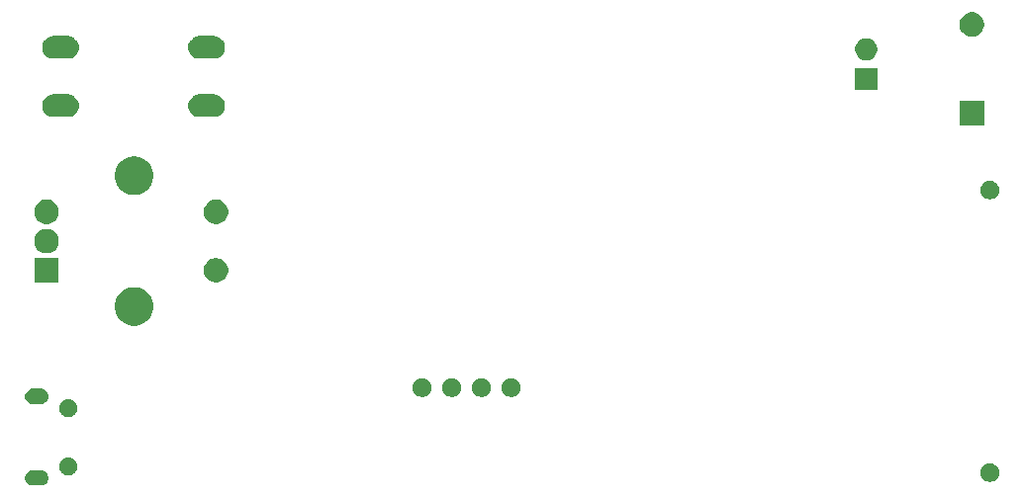
<source format=gbr>
G04 #@! TF.GenerationSoftware,KiCad,Pcbnew,(5.1.0)-1*
G04 #@! TF.CreationDate,2020-03-21T00:26:55+08:00*
G04 #@! TF.ProjectId,espcnc,65737063-6e63-42e6-9b69-6361645f7063,rev?*
G04 #@! TF.SameCoordinates,Original*
G04 #@! TF.FileFunction,Soldermask,Bot*
G04 #@! TF.FilePolarity,Negative*
%FSLAX46Y46*%
G04 Gerber Fmt 4.6, Leading zero omitted, Abs format (unit mm)*
G04 Created by KiCad (PCBNEW (5.1.0)-1) date 2020-03-21 00:26:55*
%MOMM*%
%LPD*%
G04 APERTURE LIST*
%ADD10C,0.100000*%
G04 APERTURE END LIST*
D10*
G36*
X167876355Y-82352140D02*
G01*
X167940118Y-82358420D01*
X168030904Y-82385960D01*
X168062836Y-82395646D01*
X168175925Y-82456094D01*
X168275054Y-82537446D01*
X168356406Y-82636575D01*
X168416854Y-82749664D01*
X168416855Y-82749668D01*
X168454080Y-82872382D01*
X168466649Y-83000000D01*
X168454080Y-83127618D01*
X168426540Y-83218404D01*
X168416854Y-83250336D01*
X168356406Y-83363425D01*
X168275054Y-83462554D01*
X168175925Y-83543906D01*
X168062836Y-83604354D01*
X168030904Y-83614040D01*
X167940118Y-83641580D01*
X167876355Y-83647860D01*
X167844474Y-83651000D01*
X167080526Y-83651000D01*
X167048645Y-83647860D01*
X166984882Y-83641580D01*
X166894096Y-83614040D01*
X166862164Y-83604354D01*
X166749075Y-83543906D01*
X166649946Y-83462554D01*
X166568594Y-83363425D01*
X166508146Y-83250336D01*
X166498460Y-83218404D01*
X166470920Y-83127618D01*
X166458351Y-83000000D01*
X166470920Y-82872382D01*
X166508145Y-82749668D01*
X166508146Y-82749664D01*
X166568594Y-82636575D01*
X166649946Y-82537446D01*
X166749075Y-82456094D01*
X166862164Y-82395646D01*
X166894096Y-82385960D01*
X166984882Y-82358420D01*
X167048645Y-82352140D01*
X167080526Y-82349000D01*
X167844474Y-82349000D01*
X167876355Y-82352140D01*
X167876355Y-82352140D01*
G37*
G36*
X249260642Y-81759781D02*
G01*
X249406414Y-81820162D01*
X249406416Y-81820163D01*
X249537608Y-81907822D01*
X249649178Y-82019392D01*
X249736837Y-82150584D01*
X249736838Y-82150586D01*
X249797219Y-82296358D01*
X249828000Y-82451107D01*
X249828000Y-82608893D01*
X249797219Y-82763642D01*
X249792100Y-82776000D01*
X249736837Y-82909416D01*
X249649178Y-83040608D01*
X249537608Y-83152178D01*
X249406416Y-83239837D01*
X249406415Y-83239838D01*
X249406414Y-83239838D01*
X249260642Y-83300219D01*
X249105893Y-83331000D01*
X248948107Y-83331000D01*
X248793358Y-83300219D01*
X248647586Y-83239838D01*
X248647585Y-83239838D01*
X248647584Y-83239837D01*
X248516392Y-83152178D01*
X248404822Y-83040608D01*
X248317163Y-82909416D01*
X248261900Y-82776000D01*
X248256781Y-82763642D01*
X248226000Y-82608893D01*
X248226000Y-82451107D01*
X248256781Y-82296358D01*
X248317162Y-82150586D01*
X248317163Y-82150584D01*
X248404822Y-82019392D01*
X248516392Y-81907822D01*
X248647584Y-81820163D01*
X248647586Y-81820162D01*
X248793358Y-81759781D01*
X248948107Y-81729000D01*
X249105893Y-81729000D01*
X249260642Y-81759781D01*
X249260642Y-81759781D01*
G37*
G36*
X170388848Y-81253820D02*
G01*
X170388850Y-81253821D01*
X170388851Y-81253821D01*
X170530074Y-81312317D01*
X170530077Y-81312319D01*
X170657169Y-81397239D01*
X170765261Y-81505331D01*
X170850181Y-81632423D01*
X170850183Y-81632426D01*
X170902935Y-81759782D01*
X170908680Y-81773652D01*
X170938500Y-81923569D01*
X170938500Y-82076431D01*
X170923750Y-82150586D01*
X170908679Y-82226351D01*
X170850183Y-82367574D01*
X170850181Y-82367577D01*
X170765261Y-82494669D01*
X170657169Y-82602761D01*
X170530077Y-82687681D01*
X170530074Y-82687683D01*
X170388851Y-82746179D01*
X170388850Y-82746179D01*
X170388848Y-82746180D01*
X170238931Y-82776000D01*
X170086069Y-82776000D01*
X169936152Y-82746180D01*
X169936150Y-82746179D01*
X169936149Y-82746179D01*
X169794926Y-82687683D01*
X169794923Y-82687681D01*
X169667831Y-82602761D01*
X169559739Y-82494669D01*
X169474819Y-82367577D01*
X169474817Y-82367574D01*
X169416321Y-82226351D01*
X169401251Y-82150586D01*
X169386500Y-82076431D01*
X169386500Y-81923569D01*
X169416320Y-81773652D01*
X169422065Y-81759782D01*
X169474817Y-81632426D01*
X169474819Y-81632423D01*
X169559739Y-81505331D01*
X169667831Y-81397239D01*
X169794923Y-81312319D01*
X169794926Y-81312317D01*
X169936149Y-81253821D01*
X169936150Y-81253821D01*
X169936152Y-81253820D01*
X170086069Y-81224000D01*
X170238931Y-81224000D01*
X170388848Y-81253820D01*
X170388848Y-81253820D01*
G37*
G36*
X170388848Y-76253820D02*
G01*
X170388850Y-76253821D01*
X170388851Y-76253821D01*
X170530074Y-76312317D01*
X170530077Y-76312319D01*
X170657169Y-76397239D01*
X170765261Y-76505331D01*
X170850181Y-76632423D01*
X170850183Y-76632426D01*
X170908679Y-76773649D01*
X170938500Y-76923571D01*
X170938500Y-77076429D01*
X170908679Y-77226351D01*
X170850183Y-77367574D01*
X170850181Y-77367577D01*
X170765261Y-77494669D01*
X170657169Y-77602761D01*
X170530077Y-77687681D01*
X170530074Y-77687683D01*
X170388851Y-77746179D01*
X170388850Y-77746179D01*
X170388848Y-77746180D01*
X170238931Y-77776000D01*
X170086069Y-77776000D01*
X169936152Y-77746180D01*
X169936150Y-77746179D01*
X169936149Y-77746179D01*
X169794926Y-77687683D01*
X169794923Y-77687681D01*
X169667831Y-77602761D01*
X169559739Y-77494669D01*
X169474819Y-77367577D01*
X169474817Y-77367574D01*
X169416321Y-77226351D01*
X169386500Y-77076429D01*
X169386500Y-76923571D01*
X169416321Y-76773649D01*
X169474817Y-76632426D01*
X169474819Y-76632423D01*
X169559739Y-76505331D01*
X169667831Y-76397239D01*
X169794923Y-76312319D01*
X169794926Y-76312317D01*
X169936149Y-76253821D01*
X169936150Y-76253821D01*
X169936152Y-76253820D01*
X170086069Y-76224000D01*
X170238931Y-76224000D01*
X170388848Y-76253820D01*
X170388848Y-76253820D01*
G37*
G36*
X167876355Y-75352140D02*
G01*
X167940118Y-75358420D01*
X168030904Y-75385960D01*
X168062836Y-75395646D01*
X168175925Y-75456094D01*
X168275054Y-75537446D01*
X168356406Y-75636575D01*
X168416854Y-75749664D01*
X168416855Y-75749668D01*
X168454080Y-75872382D01*
X168466649Y-76000000D01*
X168454080Y-76127618D01*
X168426540Y-76218404D01*
X168416854Y-76250336D01*
X168356406Y-76363425D01*
X168275054Y-76462554D01*
X168175925Y-76543906D01*
X168062836Y-76604354D01*
X168030904Y-76614040D01*
X167940118Y-76641580D01*
X167876355Y-76647860D01*
X167844474Y-76651000D01*
X167080526Y-76651000D01*
X167048645Y-76647860D01*
X166984882Y-76641580D01*
X166894096Y-76614040D01*
X166862164Y-76604354D01*
X166749075Y-76543906D01*
X166649946Y-76462554D01*
X166568594Y-76363425D01*
X166508146Y-76250336D01*
X166498460Y-76218404D01*
X166470920Y-76127618D01*
X166458351Y-76000000D01*
X166470920Y-75872382D01*
X166508145Y-75749668D01*
X166508146Y-75749664D01*
X166568594Y-75636575D01*
X166649946Y-75537446D01*
X166749075Y-75456094D01*
X166862164Y-75395646D01*
X166894096Y-75385960D01*
X166984882Y-75358420D01*
X167048645Y-75352140D01*
X167080526Y-75349000D01*
X167844474Y-75349000D01*
X167876355Y-75352140D01*
X167876355Y-75352140D01*
G37*
G36*
X200677142Y-74468242D02*
G01*
X200825101Y-74529529D01*
X200958255Y-74618499D01*
X201071501Y-74731745D01*
X201160471Y-74864899D01*
X201221758Y-75012858D01*
X201253000Y-75169925D01*
X201253000Y-75330075D01*
X201221758Y-75487142D01*
X201160471Y-75635101D01*
X201071501Y-75768255D01*
X200958255Y-75881501D01*
X200825101Y-75970471D01*
X200677142Y-76031758D01*
X200520075Y-76063000D01*
X200359925Y-76063000D01*
X200202858Y-76031758D01*
X200054899Y-75970471D01*
X199921745Y-75881501D01*
X199808499Y-75768255D01*
X199719529Y-75635101D01*
X199658242Y-75487142D01*
X199627000Y-75330075D01*
X199627000Y-75169925D01*
X199658242Y-75012858D01*
X199719529Y-74864899D01*
X199808499Y-74731745D01*
X199921745Y-74618499D01*
X200054899Y-74529529D01*
X200202858Y-74468242D01*
X200359925Y-74437000D01*
X200520075Y-74437000D01*
X200677142Y-74468242D01*
X200677142Y-74468242D01*
G37*
G36*
X208297142Y-74468242D02*
G01*
X208445101Y-74529529D01*
X208578255Y-74618499D01*
X208691501Y-74731745D01*
X208780471Y-74864899D01*
X208841758Y-75012858D01*
X208873000Y-75169925D01*
X208873000Y-75330075D01*
X208841758Y-75487142D01*
X208780471Y-75635101D01*
X208691501Y-75768255D01*
X208578255Y-75881501D01*
X208445101Y-75970471D01*
X208297142Y-76031758D01*
X208140075Y-76063000D01*
X207979925Y-76063000D01*
X207822858Y-76031758D01*
X207674899Y-75970471D01*
X207541745Y-75881501D01*
X207428499Y-75768255D01*
X207339529Y-75635101D01*
X207278242Y-75487142D01*
X207247000Y-75330075D01*
X207247000Y-75169925D01*
X207278242Y-75012858D01*
X207339529Y-74864899D01*
X207428499Y-74731745D01*
X207541745Y-74618499D01*
X207674899Y-74529529D01*
X207822858Y-74468242D01*
X207979925Y-74437000D01*
X208140075Y-74437000D01*
X208297142Y-74468242D01*
X208297142Y-74468242D01*
G37*
G36*
X205757142Y-74468242D02*
G01*
X205905101Y-74529529D01*
X206038255Y-74618499D01*
X206151501Y-74731745D01*
X206240471Y-74864899D01*
X206301758Y-75012858D01*
X206333000Y-75169925D01*
X206333000Y-75330075D01*
X206301758Y-75487142D01*
X206240471Y-75635101D01*
X206151501Y-75768255D01*
X206038255Y-75881501D01*
X205905101Y-75970471D01*
X205757142Y-76031758D01*
X205600075Y-76063000D01*
X205439925Y-76063000D01*
X205282858Y-76031758D01*
X205134899Y-75970471D01*
X205001745Y-75881501D01*
X204888499Y-75768255D01*
X204799529Y-75635101D01*
X204738242Y-75487142D01*
X204707000Y-75330075D01*
X204707000Y-75169925D01*
X204738242Y-75012858D01*
X204799529Y-74864899D01*
X204888499Y-74731745D01*
X205001745Y-74618499D01*
X205134899Y-74529529D01*
X205282858Y-74468242D01*
X205439925Y-74437000D01*
X205600075Y-74437000D01*
X205757142Y-74468242D01*
X205757142Y-74468242D01*
G37*
G36*
X203217142Y-74468242D02*
G01*
X203365101Y-74529529D01*
X203498255Y-74618499D01*
X203611501Y-74731745D01*
X203700471Y-74864899D01*
X203761758Y-75012858D01*
X203793000Y-75169925D01*
X203793000Y-75330075D01*
X203761758Y-75487142D01*
X203700471Y-75635101D01*
X203611501Y-75768255D01*
X203498255Y-75881501D01*
X203365101Y-75970471D01*
X203217142Y-76031758D01*
X203060075Y-76063000D01*
X202899925Y-76063000D01*
X202742858Y-76031758D01*
X202594899Y-75970471D01*
X202461745Y-75881501D01*
X202348499Y-75768255D01*
X202259529Y-75635101D01*
X202198242Y-75487142D01*
X202167000Y-75330075D01*
X202167000Y-75169925D01*
X202198242Y-75012858D01*
X202259529Y-74864899D01*
X202348499Y-74731745D01*
X202461745Y-74618499D01*
X202594899Y-74529529D01*
X202742858Y-74468242D01*
X202899925Y-74437000D01*
X203060075Y-74437000D01*
X203217142Y-74468242D01*
X203217142Y-74468242D01*
G37*
G36*
X176175256Y-66691298D02*
G01*
X176281579Y-66712447D01*
X176582042Y-66836903D01*
X176852451Y-67017585D01*
X177082415Y-67247549D01*
X177263097Y-67517958D01*
X177387553Y-67818421D01*
X177451000Y-68137391D01*
X177451000Y-68462609D01*
X177387553Y-68781579D01*
X177263097Y-69082042D01*
X177082415Y-69352451D01*
X176852451Y-69582415D01*
X176582042Y-69763097D01*
X176281579Y-69887553D01*
X176175256Y-69908702D01*
X175962611Y-69951000D01*
X175637389Y-69951000D01*
X175424744Y-69908702D01*
X175318421Y-69887553D01*
X175017958Y-69763097D01*
X174747549Y-69582415D01*
X174517585Y-69352451D01*
X174336903Y-69082042D01*
X174212447Y-68781579D01*
X174149000Y-68462609D01*
X174149000Y-68137391D01*
X174212447Y-67818421D01*
X174336903Y-67517958D01*
X174517585Y-67247549D01*
X174747549Y-67017585D01*
X175017958Y-66836903D01*
X175318421Y-66712447D01*
X175424744Y-66691298D01*
X175637389Y-66649000D01*
X175962611Y-66649000D01*
X176175256Y-66691298D01*
X176175256Y-66691298D01*
G37*
G36*
X183106564Y-64189389D02*
G01*
X183297833Y-64268615D01*
X183297835Y-64268616D01*
X183469973Y-64383635D01*
X183616365Y-64530027D01*
X183731385Y-64702167D01*
X183810611Y-64893436D01*
X183851000Y-65096484D01*
X183851000Y-65303516D01*
X183810611Y-65506564D01*
X183731385Y-65697833D01*
X183731384Y-65697835D01*
X183616365Y-65869973D01*
X183469973Y-66016365D01*
X183297835Y-66131384D01*
X183297834Y-66131385D01*
X183297833Y-66131385D01*
X183106564Y-66210611D01*
X182903516Y-66251000D01*
X182696484Y-66251000D01*
X182493436Y-66210611D01*
X182302167Y-66131385D01*
X182302166Y-66131385D01*
X182302165Y-66131384D01*
X182130027Y-66016365D01*
X181983635Y-65869973D01*
X181868616Y-65697835D01*
X181868615Y-65697833D01*
X181789389Y-65506564D01*
X181749000Y-65303516D01*
X181749000Y-65096484D01*
X181789389Y-64893436D01*
X181868615Y-64702167D01*
X181983635Y-64530027D01*
X182130027Y-64383635D01*
X182302165Y-64268616D01*
X182302167Y-64268615D01*
X182493436Y-64189389D01*
X182696484Y-64149000D01*
X182903516Y-64149000D01*
X183106564Y-64189389D01*
X183106564Y-64189389D01*
G37*
G36*
X169351000Y-66251000D02*
G01*
X167249000Y-66251000D01*
X167249000Y-64149000D01*
X169351000Y-64149000D01*
X169351000Y-66251000D01*
X169351000Y-66251000D01*
G37*
G36*
X168606564Y-61689389D02*
G01*
X168797833Y-61768615D01*
X168797835Y-61768616D01*
X168969973Y-61883635D01*
X169116365Y-62030027D01*
X169231385Y-62202167D01*
X169310611Y-62393436D01*
X169351000Y-62596484D01*
X169351000Y-62803516D01*
X169310611Y-63006564D01*
X169231385Y-63197833D01*
X169231384Y-63197835D01*
X169116365Y-63369973D01*
X168969973Y-63516365D01*
X168797835Y-63631384D01*
X168797834Y-63631385D01*
X168797833Y-63631385D01*
X168606564Y-63710611D01*
X168403516Y-63751000D01*
X168196484Y-63751000D01*
X167993436Y-63710611D01*
X167802167Y-63631385D01*
X167802166Y-63631385D01*
X167802165Y-63631384D01*
X167630027Y-63516365D01*
X167483635Y-63369973D01*
X167368616Y-63197835D01*
X167368615Y-63197833D01*
X167289389Y-63006564D01*
X167249000Y-62803516D01*
X167249000Y-62596484D01*
X167289389Y-62393436D01*
X167368615Y-62202167D01*
X167483635Y-62030027D01*
X167630027Y-61883635D01*
X167802165Y-61768616D01*
X167802167Y-61768615D01*
X167993436Y-61689389D01*
X168196484Y-61649000D01*
X168403516Y-61649000D01*
X168606564Y-61689389D01*
X168606564Y-61689389D01*
G37*
G36*
X183106564Y-59189389D02*
G01*
X183297833Y-59268615D01*
X183297835Y-59268616D01*
X183469973Y-59383635D01*
X183616365Y-59530027D01*
X183731385Y-59702167D01*
X183810611Y-59893436D01*
X183851000Y-60096484D01*
X183851000Y-60303516D01*
X183810611Y-60506564D01*
X183731385Y-60697833D01*
X183731384Y-60697835D01*
X183616365Y-60869973D01*
X183469973Y-61016365D01*
X183297835Y-61131384D01*
X183297834Y-61131385D01*
X183297833Y-61131385D01*
X183106564Y-61210611D01*
X182903516Y-61251000D01*
X182696484Y-61251000D01*
X182493436Y-61210611D01*
X182302167Y-61131385D01*
X182302166Y-61131385D01*
X182302165Y-61131384D01*
X182130027Y-61016365D01*
X181983635Y-60869973D01*
X181868616Y-60697835D01*
X181868615Y-60697833D01*
X181789389Y-60506564D01*
X181749000Y-60303516D01*
X181749000Y-60096484D01*
X181789389Y-59893436D01*
X181868615Y-59702167D01*
X181983635Y-59530027D01*
X182130027Y-59383635D01*
X182302165Y-59268616D01*
X182302167Y-59268615D01*
X182493436Y-59189389D01*
X182696484Y-59149000D01*
X182903516Y-59149000D01*
X183106564Y-59189389D01*
X183106564Y-59189389D01*
G37*
G36*
X168606564Y-59189389D02*
G01*
X168797833Y-59268615D01*
X168797835Y-59268616D01*
X168969973Y-59383635D01*
X169116365Y-59530027D01*
X169231385Y-59702167D01*
X169310611Y-59893436D01*
X169351000Y-60096484D01*
X169351000Y-60303516D01*
X169310611Y-60506564D01*
X169231385Y-60697833D01*
X169231384Y-60697835D01*
X169116365Y-60869973D01*
X168969973Y-61016365D01*
X168797835Y-61131384D01*
X168797834Y-61131385D01*
X168797833Y-61131385D01*
X168606564Y-61210611D01*
X168403516Y-61251000D01*
X168196484Y-61251000D01*
X167993436Y-61210611D01*
X167802167Y-61131385D01*
X167802166Y-61131385D01*
X167802165Y-61131384D01*
X167630027Y-61016365D01*
X167483635Y-60869973D01*
X167368616Y-60697835D01*
X167368615Y-60697833D01*
X167289389Y-60506564D01*
X167249000Y-60303516D01*
X167249000Y-60096484D01*
X167289389Y-59893436D01*
X167368615Y-59702167D01*
X167483635Y-59530027D01*
X167630027Y-59383635D01*
X167802165Y-59268616D01*
X167802167Y-59268615D01*
X167993436Y-59189389D01*
X168196484Y-59149000D01*
X168403516Y-59149000D01*
X168606564Y-59189389D01*
X168606564Y-59189389D01*
G37*
G36*
X249260642Y-57559781D02*
G01*
X249406414Y-57620162D01*
X249406416Y-57620163D01*
X249537608Y-57707822D01*
X249649178Y-57819392D01*
X249691039Y-57882042D01*
X249736838Y-57950586D01*
X249797219Y-58096358D01*
X249828000Y-58251107D01*
X249828000Y-58408893D01*
X249797219Y-58563642D01*
X249745893Y-58687553D01*
X249736837Y-58709416D01*
X249649178Y-58840608D01*
X249537608Y-58952178D01*
X249406416Y-59039837D01*
X249406415Y-59039838D01*
X249406414Y-59039838D01*
X249260642Y-59100219D01*
X249105893Y-59131000D01*
X248948107Y-59131000D01*
X248793358Y-59100219D01*
X248647586Y-59039838D01*
X248647585Y-59039838D01*
X248647584Y-59039837D01*
X248516392Y-58952178D01*
X248404822Y-58840608D01*
X248317163Y-58709416D01*
X248308107Y-58687553D01*
X248256781Y-58563642D01*
X248226000Y-58408893D01*
X248226000Y-58251107D01*
X248256781Y-58096358D01*
X248317162Y-57950586D01*
X248362961Y-57882042D01*
X248404822Y-57819392D01*
X248516392Y-57707822D01*
X248647584Y-57620163D01*
X248647586Y-57620162D01*
X248793358Y-57559781D01*
X248948107Y-57529000D01*
X249105893Y-57529000D01*
X249260642Y-57559781D01*
X249260642Y-57559781D01*
G37*
G36*
X176175256Y-55491298D02*
G01*
X176281579Y-55512447D01*
X176582042Y-55636903D01*
X176852451Y-55817585D01*
X177082415Y-56047549D01*
X177263097Y-56317958D01*
X177387553Y-56618421D01*
X177451000Y-56937391D01*
X177451000Y-57262609D01*
X177387553Y-57581579D01*
X177263097Y-57882042D01*
X177082415Y-58152451D01*
X176852451Y-58382415D01*
X176582042Y-58563097D01*
X176582041Y-58563098D01*
X176582040Y-58563098D01*
X176580724Y-58563643D01*
X176281579Y-58687553D01*
X176175256Y-58708702D01*
X175962611Y-58751000D01*
X175637389Y-58751000D01*
X175424744Y-58708702D01*
X175318421Y-58687553D01*
X175019276Y-58563643D01*
X175017960Y-58563098D01*
X175017959Y-58563098D01*
X175017958Y-58563097D01*
X174747549Y-58382415D01*
X174517585Y-58152451D01*
X174336903Y-57882042D01*
X174212447Y-57581579D01*
X174149000Y-57262609D01*
X174149000Y-56937391D01*
X174212447Y-56618421D01*
X174336903Y-56317958D01*
X174517585Y-56047549D01*
X174747549Y-55817585D01*
X175017958Y-55636903D01*
X175318421Y-55512447D01*
X175424744Y-55491298D01*
X175637389Y-55449000D01*
X175962611Y-55449000D01*
X176175256Y-55491298D01*
X176175256Y-55491298D01*
G37*
G36*
X248551000Y-52801000D02*
G01*
X246449000Y-52801000D01*
X246449000Y-50699000D01*
X248551000Y-50699000D01*
X248551000Y-52801000D01*
X248551000Y-52801000D01*
G37*
G36*
X182694739Y-50128707D02*
G01*
X182790329Y-50138122D01*
X182974306Y-50193931D01*
X182974309Y-50193932D01*
X183064225Y-50241994D01*
X183143860Y-50284559D01*
X183190035Y-50322454D01*
X183292476Y-50406524D01*
X183376546Y-50508965D01*
X183414441Y-50555140D01*
X183457006Y-50634775D01*
X183505068Y-50724691D01*
X183505069Y-50724694D01*
X183560878Y-50908671D01*
X183579722Y-51100000D01*
X183560878Y-51291329D01*
X183505069Y-51475306D01*
X183505068Y-51475309D01*
X183457006Y-51565225D01*
X183414441Y-51644860D01*
X183376546Y-51691035D01*
X183292476Y-51793476D01*
X183190035Y-51877546D01*
X183143860Y-51915441D01*
X183064225Y-51958006D01*
X182974309Y-52006068D01*
X182974306Y-52006069D01*
X182790329Y-52061878D01*
X182694739Y-52071293D01*
X182646945Y-52076000D01*
X181353055Y-52076000D01*
X181305261Y-52071293D01*
X181209671Y-52061878D01*
X181025694Y-52006069D01*
X181025691Y-52006068D01*
X180935775Y-51958006D01*
X180856140Y-51915441D01*
X180809965Y-51877546D01*
X180707524Y-51793476D01*
X180623454Y-51691035D01*
X180585559Y-51644860D01*
X180542994Y-51565225D01*
X180494932Y-51475309D01*
X180494931Y-51475306D01*
X180439122Y-51291329D01*
X180420278Y-51100000D01*
X180439122Y-50908671D01*
X180494931Y-50724694D01*
X180494932Y-50724691D01*
X180542994Y-50634775D01*
X180585559Y-50555140D01*
X180623454Y-50508965D01*
X180707524Y-50406524D01*
X180809965Y-50322454D01*
X180856140Y-50284559D01*
X180935775Y-50241994D01*
X181025691Y-50193932D01*
X181025694Y-50193931D01*
X181209671Y-50138122D01*
X181305261Y-50128707D01*
X181353055Y-50124000D01*
X182646945Y-50124000D01*
X182694739Y-50128707D01*
X182694739Y-50128707D01*
G37*
G36*
X170194739Y-50128707D02*
G01*
X170290329Y-50138122D01*
X170474306Y-50193931D01*
X170474309Y-50193932D01*
X170564225Y-50241994D01*
X170643860Y-50284559D01*
X170690035Y-50322454D01*
X170792476Y-50406524D01*
X170876546Y-50508965D01*
X170914441Y-50555140D01*
X170957006Y-50634775D01*
X171005068Y-50724691D01*
X171005069Y-50724694D01*
X171060878Y-50908671D01*
X171079722Y-51100000D01*
X171060878Y-51291329D01*
X171005069Y-51475306D01*
X171005068Y-51475309D01*
X170957006Y-51565225D01*
X170914441Y-51644860D01*
X170876546Y-51691035D01*
X170792476Y-51793476D01*
X170690035Y-51877546D01*
X170643860Y-51915441D01*
X170564225Y-51958006D01*
X170474309Y-52006068D01*
X170474306Y-52006069D01*
X170290329Y-52061878D01*
X170194739Y-52071293D01*
X170146945Y-52076000D01*
X168853055Y-52076000D01*
X168805261Y-52071293D01*
X168709671Y-52061878D01*
X168525694Y-52006069D01*
X168525691Y-52006068D01*
X168435775Y-51958006D01*
X168356140Y-51915441D01*
X168309965Y-51877546D01*
X168207524Y-51793476D01*
X168123454Y-51691035D01*
X168085559Y-51644860D01*
X168042994Y-51565225D01*
X167994932Y-51475309D01*
X167994931Y-51475306D01*
X167939122Y-51291329D01*
X167920278Y-51100000D01*
X167939122Y-50908671D01*
X167994931Y-50724694D01*
X167994932Y-50724691D01*
X168042994Y-50634775D01*
X168085559Y-50555140D01*
X168123454Y-50508965D01*
X168207524Y-50406524D01*
X168309965Y-50322454D01*
X168356140Y-50284559D01*
X168435775Y-50241994D01*
X168525691Y-50193932D01*
X168525694Y-50193931D01*
X168709671Y-50138122D01*
X168805261Y-50128707D01*
X168853055Y-50124000D01*
X170146945Y-50124000D01*
X170194739Y-50128707D01*
X170194739Y-50128707D01*
G37*
G36*
X239401000Y-49751000D02*
G01*
X237499000Y-49751000D01*
X237499000Y-47849000D01*
X239401000Y-47849000D01*
X239401000Y-49751000D01*
X239401000Y-49751000D01*
G37*
G36*
X238727395Y-45345546D02*
G01*
X238900466Y-45417234D01*
X238900467Y-45417235D01*
X239056227Y-45521310D01*
X239188690Y-45653773D01*
X239188691Y-45653775D01*
X239292766Y-45809534D01*
X239364454Y-45982605D01*
X239401000Y-46166333D01*
X239401000Y-46353667D01*
X239364454Y-46537395D01*
X239292766Y-46710466D01*
X239292765Y-46710467D01*
X239188690Y-46866227D01*
X239056227Y-46998690D01*
X239045185Y-47006068D01*
X238900466Y-47102766D01*
X238727395Y-47174454D01*
X238543667Y-47211000D01*
X238356333Y-47211000D01*
X238172605Y-47174454D01*
X237999534Y-47102766D01*
X237854815Y-47006068D01*
X237843773Y-46998690D01*
X237711310Y-46866227D01*
X237607235Y-46710467D01*
X237607234Y-46710466D01*
X237535546Y-46537395D01*
X237499000Y-46353667D01*
X237499000Y-46166333D01*
X237535546Y-45982605D01*
X237607234Y-45809534D01*
X237711309Y-45653775D01*
X237711310Y-45653773D01*
X237843773Y-45521310D01*
X237999533Y-45417235D01*
X237999534Y-45417234D01*
X238172605Y-45345546D01*
X238356333Y-45309000D01*
X238543667Y-45309000D01*
X238727395Y-45345546D01*
X238727395Y-45345546D01*
G37*
G36*
X182694739Y-45128707D02*
G01*
X182790329Y-45138122D01*
X182974306Y-45193931D01*
X182974309Y-45193932D01*
X183064225Y-45241994D01*
X183143860Y-45284559D01*
X183173641Y-45309000D01*
X183292476Y-45406524D01*
X183376546Y-45508965D01*
X183414441Y-45555140D01*
X183457006Y-45634775D01*
X183505068Y-45724691D01*
X183505069Y-45724694D01*
X183560878Y-45908671D01*
X183579722Y-46100000D01*
X183560878Y-46291329D01*
X183505069Y-46475306D01*
X183505068Y-46475309D01*
X183457006Y-46565225D01*
X183414441Y-46644860D01*
X183376546Y-46691035D01*
X183292476Y-46793476D01*
X183203827Y-46866227D01*
X183143860Y-46915441D01*
X183064225Y-46958006D01*
X182974309Y-47006068D01*
X182974306Y-47006069D01*
X182790329Y-47061878D01*
X182694739Y-47071293D01*
X182646945Y-47076000D01*
X181353055Y-47076000D01*
X181305261Y-47071293D01*
X181209671Y-47061878D01*
X181025694Y-47006069D01*
X181025691Y-47006068D01*
X180935775Y-46958006D01*
X180856140Y-46915441D01*
X180796173Y-46866227D01*
X180707524Y-46793476D01*
X180623454Y-46691035D01*
X180585559Y-46644860D01*
X180542994Y-46565225D01*
X180494932Y-46475309D01*
X180494931Y-46475306D01*
X180439122Y-46291329D01*
X180420278Y-46100000D01*
X180439122Y-45908671D01*
X180494931Y-45724694D01*
X180494932Y-45724691D01*
X180542994Y-45634775D01*
X180585559Y-45555140D01*
X180623454Y-45508965D01*
X180707524Y-45406524D01*
X180826359Y-45309000D01*
X180856140Y-45284559D01*
X180935775Y-45241994D01*
X181025691Y-45193932D01*
X181025694Y-45193931D01*
X181209671Y-45138122D01*
X181305261Y-45128707D01*
X181353055Y-45124000D01*
X182646945Y-45124000D01*
X182694739Y-45128707D01*
X182694739Y-45128707D01*
G37*
G36*
X170194739Y-45128707D02*
G01*
X170290329Y-45138122D01*
X170474306Y-45193931D01*
X170474309Y-45193932D01*
X170564225Y-45241994D01*
X170643860Y-45284559D01*
X170673641Y-45309000D01*
X170792476Y-45406524D01*
X170876546Y-45508965D01*
X170914441Y-45555140D01*
X170957006Y-45634775D01*
X171005068Y-45724691D01*
X171005069Y-45724694D01*
X171060878Y-45908671D01*
X171079722Y-46100000D01*
X171060878Y-46291329D01*
X171005069Y-46475306D01*
X171005068Y-46475309D01*
X170957006Y-46565225D01*
X170914441Y-46644860D01*
X170876546Y-46691035D01*
X170792476Y-46793476D01*
X170703827Y-46866227D01*
X170643860Y-46915441D01*
X170564225Y-46958006D01*
X170474309Y-47006068D01*
X170474306Y-47006069D01*
X170290329Y-47061878D01*
X170194739Y-47071293D01*
X170146945Y-47076000D01*
X168853055Y-47076000D01*
X168805261Y-47071293D01*
X168709671Y-47061878D01*
X168525694Y-47006069D01*
X168525691Y-47006068D01*
X168435775Y-46958006D01*
X168356140Y-46915441D01*
X168296173Y-46866227D01*
X168207524Y-46793476D01*
X168123454Y-46691035D01*
X168085559Y-46644860D01*
X168042994Y-46565225D01*
X167994932Y-46475309D01*
X167994931Y-46475306D01*
X167939122Y-46291329D01*
X167920278Y-46100000D01*
X167939122Y-45908671D01*
X167994931Y-45724694D01*
X167994932Y-45724691D01*
X168042994Y-45634775D01*
X168085559Y-45555140D01*
X168123454Y-45508965D01*
X168207524Y-45406524D01*
X168326359Y-45309000D01*
X168356140Y-45284559D01*
X168435775Y-45241994D01*
X168525691Y-45193932D01*
X168525694Y-45193931D01*
X168709671Y-45138122D01*
X168805261Y-45128707D01*
X168853055Y-45124000D01*
X170146945Y-45124000D01*
X170194739Y-45128707D01*
X170194739Y-45128707D01*
G37*
G36*
X247806564Y-43139389D02*
G01*
X247997833Y-43218615D01*
X247997835Y-43218616D01*
X248169973Y-43333635D01*
X248316365Y-43480027D01*
X248431385Y-43652167D01*
X248510611Y-43843436D01*
X248551000Y-44046484D01*
X248551000Y-44253516D01*
X248510611Y-44456564D01*
X248431385Y-44647833D01*
X248431384Y-44647835D01*
X248316365Y-44819973D01*
X248169973Y-44966365D01*
X247997835Y-45081384D01*
X247997834Y-45081385D01*
X247997833Y-45081385D01*
X247806564Y-45160611D01*
X247603516Y-45201000D01*
X247396484Y-45201000D01*
X247193436Y-45160611D01*
X247002167Y-45081385D01*
X247002166Y-45081385D01*
X247002165Y-45081384D01*
X246830027Y-44966365D01*
X246683635Y-44819973D01*
X246568616Y-44647835D01*
X246568615Y-44647833D01*
X246489389Y-44456564D01*
X246449000Y-44253516D01*
X246449000Y-44046484D01*
X246489389Y-43843436D01*
X246568615Y-43652167D01*
X246683635Y-43480027D01*
X246830027Y-43333635D01*
X247002165Y-43218616D01*
X247002167Y-43218615D01*
X247193436Y-43139389D01*
X247396484Y-43099000D01*
X247603516Y-43099000D01*
X247806564Y-43139389D01*
X247806564Y-43139389D01*
G37*
M02*

</source>
